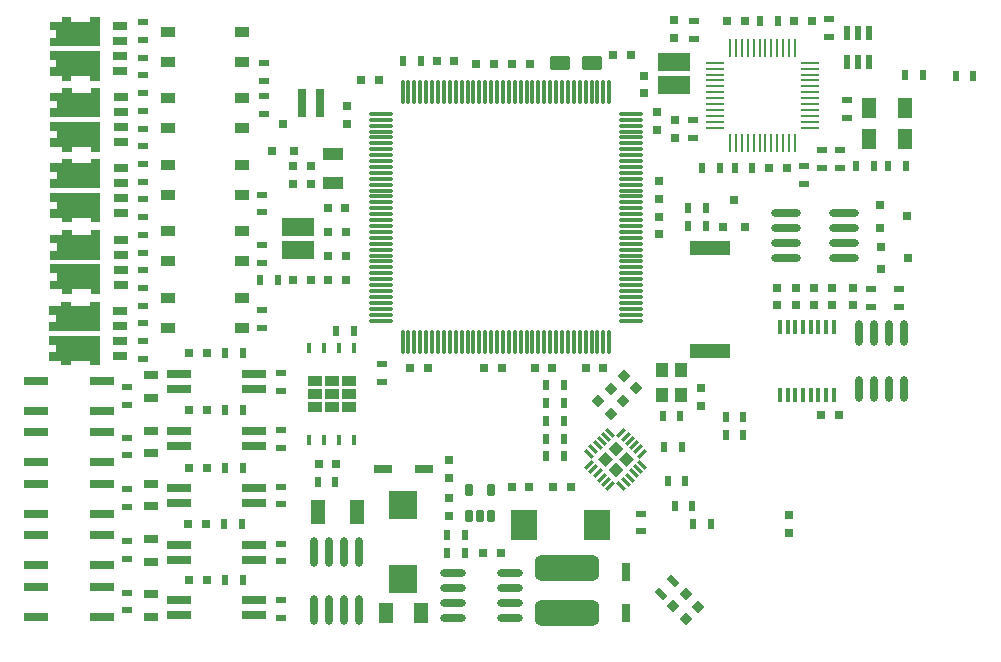
<source format=gtp>
G04*
G04 #@! TF.GenerationSoftware,Altium Limited,Altium Designer,22.10.1 (41)*
G04*
G04 Layer_Color=8421504*
%FSLAX25Y25*%
%MOIN*%
G70*
G04*
G04 #@! TF.SameCoordinates,228258D3-266C-4D4F-9196-BF2F79CCE343*
G04*
G04*
G04 #@! TF.FilePolarity,Positive*
G04*
G01*
G75*
%ADD23R,0.04842X0.03661*%
%ADD24R,0.04842X0.03661*%
%ADD25R,0.04528X0.03543*%
%ADD26R,0.05118X0.02756*%
%ADD27R,0.03543X0.02362*%
%ADD28R,0.02362X0.03543*%
%ADD29R,0.03150X0.03150*%
%ADD30R,0.03150X0.03150*%
%ADD31R,0.04331X0.05118*%
%ADD32P,0.04454X4X180.0*%
G04:AMPARAMS|DCode=33|XSize=33.86mil|YSize=10.24mil|CornerRadius=0.36mil|HoleSize=0mil|Usage=FLASHONLY|Rotation=225.000|XOffset=0mil|YOffset=0mil|HoleType=Round|Shape=RoundedRectangle|*
%AMROUNDEDRECTD33*
21,1,0.03386,0.00952,0,0,225.0*
21,1,0.03314,0.01024,0,0,225.0*
1,1,0.00072,-0.01508,-0.00835*
1,1,0.00072,0.00835,0.01508*
1,1,0.00072,0.01508,0.00835*
1,1,0.00072,-0.00835,-0.01508*
%
%ADD33ROUNDEDRECTD33*%
G04:AMPARAMS|DCode=34|XSize=33.86mil|YSize=10.24mil|CornerRadius=0.36mil|HoleSize=0mil|Usage=FLASHONLY|Rotation=315.000|XOffset=0mil|YOffset=0mil|HoleType=Round|Shape=RoundedRectangle|*
%AMROUNDEDRECTD34*
21,1,0.03386,0.00952,0,0,315.0*
21,1,0.03314,0.01024,0,0,315.0*
1,1,0.00072,0.00835,-0.01508*
1,1,0.00072,-0.01508,0.00835*
1,1,0.00072,-0.00835,0.01508*
1,1,0.00072,0.01508,-0.00835*
%
%ADD34ROUNDEDRECTD34*%
%ADD35P,0.04454X4X90.0*%
G04:AMPARAMS|DCode=36|XSize=19.68mil|YSize=39.37mil|CornerRadius=0mil|HoleSize=0mil|Usage=FLASHONLY|Rotation=45.000|XOffset=0mil|YOffset=0mil|HoleType=Round|Shape=Rectangle|*
%AMROTATEDRECTD36*
4,1,4,0.00696,-0.02088,-0.02088,0.00696,-0.00696,0.02088,0.02088,-0.00696,0.00696,-0.02088,0.0*
%
%ADD36ROTATEDRECTD36*%

%ADD37R,0.09488X0.09331*%
%ADD38R,0.01575X0.03543*%
%ADD39R,0.09055X0.09921*%
G04:AMPARAMS|DCode=40|XSize=47.64mil|YSize=23.23mil|CornerRadius=2.9mil|HoleSize=0mil|Usage=FLASHONLY|Rotation=90.000|XOffset=0mil|YOffset=0mil|HoleType=Round|Shape=RoundedRectangle|*
%AMROUNDEDRECTD40*
21,1,0.04764,0.01742,0,0,90.0*
21,1,0.04183,0.02323,0,0,90.0*
1,1,0.00581,0.00871,0.02092*
1,1,0.00581,0.00871,-0.02092*
1,1,0.00581,-0.00871,-0.02092*
1,1,0.00581,-0.00871,0.02092*
%
%ADD40ROUNDEDRECTD40*%
%ADD41R,0.02756X0.09449*%
%ADD42O,0.00984X0.06102*%
%ADD43O,0.06102X0.00984*%
%ADD44R,0.01200X0.04575*%
%ADD45R,0.04528X0.07087*%
%ADD46R,0.10630X0.05906*%
G04:AMPARAMS|DCode=47|XSize=216.54mil|YSize=84.65mil|CornerRadius=21.16mil|HoleSize=0mil|Usage=FLASHONLY|Rotation=180.000|XOffset=0mil|YOffset=0mil|HoleType=Round|Shape=RoundedRectangle|*
%AMROUNDEDRECTD47*
21,1,0.21654,0.04232,0,0,180.0*
21,1,0.17421,0.08465,0,0,180.0*
1,1,0.04232,-0.08711,0.02116*
1,1,0.04232,0.08711,0.02116*
1,1,0.04232,0.08711,-0.02116*
1,1,0.04232,-0.08711,-0.02116*
%
%ADD47ROUNDEDRECTD47*%
%ADD48O,0.08268X0.01181*%
%ADD49O,0.01181X0.08268*%
%ADD50R,0.13386X0.05118*%
%ADD51O,0.09843X0.02756*%
G04:AMPARAMS|DCode=52|XSize=67.32mil|YSize=48.42mil|CornerRadius=6.05mil|HoleSize=0mil|Usage=FLASHONLY|Rotation=180.000|XOffset=0mil|YOffset=0mil|HoleType=Round|Shape=RoundedRectangle|*
%AMROUNDEDRECTD52*
21,1,0.06732,0.03632,0,0,180.0*
21,1,0.05522,0.04842,0,0,180.0*
1,1,0.01211,-0.02761,0.01816*
1,1,0.01211,0.02761,0.01816*
1,1,0.01211,0.02761,-0.01816*
1,1,0.01211,-0.02761,-0.01816*
%
%ADD52ROUNDEDRECTD52*%
%ADD53O,0.08661X0.02362*%
%ADD54R,0.07087X0.03937*%
%ADD55R,0.03000X0.03000*%
%ADD56R,0.03150X0.06299*%
%ADD57R,0.04921X0.07874*%
%ADD58O,0.02756X0.09843*%
%ADD59O,0.02362X0.08661*%
%ADD60R,0.03000X0.03000*%
G04:AMPARAMS|DCode=61|XSize=41.73mil|YSize=25.59mil|CornerRadius=6.4mil|HoleSize=0mil|Usage=FLASHONLY|Rotation=90.000|XOffset=0mil|YOffset=0mil|HoleType=Round|Shape=RoundedRectangle|*
%AMROUNDEDRECTD61*
21,1,0.04173,0.01280,0,0,90.0*
21,1,0.02894,0.02559,0,0,90.0*
1,1,0.01280,0.00640,0.01447*
1,1,0.01280,0.00640,-0.01447*
1,1,0.01280,-0.00640,-0.01447*
1,1,0.01280,-0.00640,0.01447*
%
%ADD61ROUNDEDRECTD61*%
%ADD62R,0.04921X0.02559*%
%ADD63R,0.03976X0.02854*%
%ADD64R,0.03937X0.02815*%
%ADD65R,0.03071X0.03937*%
%ADD66R,0.03150X0.03937*%
%ADD67R,0.03937X0.02854*%
%ADD68R,0.08000X0.02600*%
%ADD69R,0.06299X0.03150*%
G36*
X67028Y-18681D02*
Y-26949D01*
X50295D01*
Y-23996D01*
X52461D01*
Y-21535D01*
X50295D01*
Y-18681D01*
X54232D01*
Y-17106D01*
X57480D01*
Y-18681D01*
X63878D01*
Y-17106D01*
X67028D01*
Y-18681D01*
D02*
G37*
G36*
Y-36791D02*
Y-38366D01*
X63878D01*
Y-36791D01*
X57480D01*
Y-38366D01*
X54232D01*
Y-36791D01*
X50295D01*
Y-33937D01*
X52461D01*
Y-31477D01*
X50295D01*
Y-28524D01*
X67028D01*
Y-36791D01*
D02*
G37*
G36*
X67126Y-42323D02*
Y-50591D01*
X50394D01*
Y-47638D01*
X52559D01*
Y-45177D01*
X50394D01*
Y-42323D01*
X54331D01*
Y-40748D01*
X57579D01*
Y-42323D01*
X63976D01*
Y-40748D01*
X67126D01*
Y-42323D01*
D02*
G37*
G36*
Y-60433D02*
Y-62008D01*
X63976D01*
Y-60433D01*
X57579D01*
Y-62008D01*
X54331D01*
Y-60433D01*
X50394D01*
Y-57579D01*
X52559D01*
Y-55118D01*
X50394D01*
Y-52165D01*
X67126D01*
Y-60433D01*
D02*
G37*
G36*
Y-65945D02*
Y-74213D01*
X50394D01*
Y-71260D01*
X52559D01*
Y-68799D01*
X50394D01*
Y-65945D01*
X54331D01*
Y-64370D01*
X57579D01*
Y-65945D01*
X63976D01*
Y-64370D01*
X67126D01*
Y-65945D01*
D02*
G37*
G36*
Y-84055D02*
Y-85630D01*
X63976D01*
Y-84055D01*
X57579D01*
Y-85630D01*
X54331D01*
Y-84055D01*
X50394D01*
Y-81201D01*
X52559D01*
Y-78740D01*
X50394D01*
Y-75787D01*
X67126D01*
Y-84055D01*
D02*
G37*
G36*
Y-89764D02*
Y-98032D01*
X50394D01*
Y-95079D01*
X52559D01*
Y-92618D01*
X50394D01*
Y-89764D01*
X54331D01*
Y-88189D01*
X57579D01*
Y-89764D01*
X63976D01*
Y-88189D01*
X67126D01*
Y-89764D01*
D02*
G37*
G36*
Y-107874D02*
Y-109449D01*
X63976D01*
Y-107874D01*
X57579D01*
Y-109449D01*
X54331D01*
Y-107874D01*
X50394D01*
Y-105020D01*
X52559D01*
Y-102559D01*
X50394D01*
Y-99606D01*
X67126D01*
Y-107874D01*
D02*
G37*
G36*
X66929Y-113583D02*
Y-121850D01*
X50197D01*
Y-118898D01*
X52362D01*
Y-116437D01*
X50197D01*
Y-113583D01*
X54134D01*
Y-112008D01*
X57382D01*
Y-113583D01*
X63779D01*
Y-112008D01*
X66929D01*
Y-113583D01*
D02*
G37*
G36*
Y-131693D02*
Y-133268D01*
X63779D01*
Y-131693D01*
X57382D01*
Y-133268D01*
X54134D01*
Y-131693D01*
X50197D01*
Y-128839D01*
X52362D01*
Y-126378D01*
X50197D01*
Y-123425D01*
X66929D01*
Y-131693D01*
D02*
G37*
G36*
X241542Y-161055D02*
X238976Y-163620D01*
X236411Y-161055D01*
X238976Y-158489D01*
X241542Y-161055D01*
D02*
G37*
G36*
X245047Y-164565D02*
X242484Y-167128D01*
X239923Y-164567D01*
X242486Y-162004D01*
X245047Y-164565D01*
D02*
G37*
G36*
X238030Y-164567D02*
X235469Y-167128D01*
X232907Y-164566D01*
X235468Y-162005D01*
X238030Y-164567D01*
D02*
G37*
G36*
X241537Y-168075D02*
X238976Y-170636D01*
X236416Y-168075D01*
X238976Y-165515D01*
X241537Y-168075D01*
D02*
G37*
D23*
X138660Y-147263D02*
D03*
X144290D02*
D03*
X149920D02*
D03*
X138660Y-142814D02*
D03*
X144290D02*
D03*
X149920D02*
D03*
D24*
X138661Y-138367D02*
D03*
X144291D02*
D03*
X149920D02*
D03*
D25*
X89862Y-76437D02*
D03*
X114468D02*
D03*
X89862Y-66437D02*
D03*
X114468D02*
D03*
X89862Y-98632D02*
D03*
X114468D02*
D03*
X89862Y-88632D02*
D03*
X114468D02*
D03*
Y-110827D02*
D03*
X89862D02*
D03*
X114468Y-120827D02*
D03*
X89862D02*
D03*
X114468Y-44242D02*
D03*
X89862D02*
D03*
X114468Y-54242D02*
D03*
X89862D02*
D03*
X114468Y-22047D02*
D03*
X89862D02*
D03*
X114468Y-32047D02*
D03*
X89862D02*
D03*
D26*
X84153Y-144095D02*
D03*
Y-136614D02*
D03*
Y-162598D02*
D03*
Y-155118D02*
D03*
Y-180217D02*
D03*
Y-172736D02*
D03*
Y-191240D02*
D03*
Y-198721D02*
D03*
X84055Y-209547D02*
D03*
Y-217028D02*
D03*
D27*
X81299Y-77953D02*
D03*
Y-83858D02*
D03*
X247342Y-188583D02*
D03*
Y-182677D02*
D03*
X161024Y-132972D02*
D03*
Y-138878D02*
D03*
X333465Y-107776D02*
D03*
Y-113681D02*
D03*
X301870Y-66929D02*
D03*
Y-72835D02*
D03*
X264665Y-51476D02*
D03*
Y-57382D02*
D03*
X310039Y-23819D02*
D03*
Y-17913D02*
D03*
X264961Y-24409D02*
D03*
Y-18504D02*
D03*
X307776Y-61417D02*
D03*
Y-67323D02*
D03*
X313779D02*
D03*
Y-61417D02*
D03*
X315945Y-50689D02*
D03*
Y-44783D02*
D03*
X324213Y-107776D02*
D03*
Y-113681D02*
D03*
X81299Y-24803D02*
D03*
Y-18898D02*
D03*
Y-36614D02*
D03*
Y-30709D02*
D03*
Y-48425D02*
D03*
Y-42520D02*
D03*
Y-60236D02*
D03*
Y-54331D02*
D03*
X76181Y-214961D02*
D03*
Y-209055D02*
D03*
Y-197736D02*
D03*
Y-191831D02*
D03*
X121063Y-93209D02*
D03*
Y-99114D02*
D03*
Y-114764D02*
D03*
Y-120669D02*
D03*
X127362Y-135827D02*
D03*
Y-141732D02*
D03*
X81299Y-72047D02*
D03*
Y-66142D02*
D03*
Y-95669D02*
D03*
Y-89764D02*
D03*
Y-107480D02*
D03*
Y-101575D02*
D03*
Y-119291D02*
D03*
Y-113386D02*
D03*
Y-131102D02*
D03*
Y-125197D02*
D03*
X76181Y-146457D02*
D03*
Y-140551D02*
D03*
Y-163287D02*
D03*
Y-157382D02*
D03*
Y-180512D02*
D03*
Y-174606D02*
D03*
X127362Y-173721D02*
D03*
Y-179626D02*
D03*
Y-192667D02*
D03*
Y-198573D02*
D03*
Y-217520D02*
D03*
Y-211614D02*
D03*
Y-160728D02*
D03*
Y-154823D02*
D03*
X121063Y-82284D02*
D03*
Y-76378D02*
D03*
X121752Y-43406D02*
D03*
Y-49311D02*
D03*
X121653Y-38386D02*
D03*
Y-32480D02*
D03*
D28*
X145768Y-121653D02*
D03*
X151673D02*
D03*
X275590Y-156398D02*
D03*
X281496D02*
D03*
X275590Y-150492D02*
D03*
X281496D02*
D03*
X260531Y-150000D02*
D03*
X254626D02*
D03*
X261024Y-160433D02*
D03*
X255118D02*
D03*
X262205Y-171850D02*
D03*
X256299D02*
D03*
X264469Y-180118D02*
D03*
X258563D02*
D03*
X264665Y-186024D02*
D03*
X270571D02*
D03*
X215748Y-139961D02*
D03*
X221654D02*
D03*
X215748Y-145866D02*
D03*
X221654D02*
D03*
X215748Y-151772D02*
D03*
X221654D02*
D03*
X215748Y-157677D02*
D03*
X221654D02*
D03*
X215748Y-163583D02*
D03*
X221654D02*
D03*
X278642Y-67520D02*
D03*
X284547D02*
D03*
X273721D02*
D03*
X267815D02*
D03*
X335433Y-36614D02*
D03*
X341339D02*
D03*
X352264Y-36811D02*
D03*
X358169D02*
D03*
X287205Y-18504D02*
D03*
X293110D02*
D03*
X318996Y-66732D02*
D03*
X324902D02*
D03*
X329823D02*
D03*
X335728D02*
D03*
X188779Y-195965D02*
D03*
X182874D02*
D03*
X145473Y-172244D02*
D03*
X139567D02*
D03*
X173917Y-31791D02*
D03*
X168012D02*
D03*
X262992Y-80709D02*
D03*
X268898D02*
D03*
Y-86910D02*
D03*
X262992D02*
D03*
X114370Y-186221D02*
D03*
X108465D02*
D03*
X126279Y-104823D02*
D03*
X120374D02*
D03*
X114764Y-129134D02*
D03*
X108858D02*
D03*
X114764Y-204921D02*
D03*
X108858D02*
D03*
X188779Y-189862D02*
D03*
X182874D02*
D03*
X114764Y-167520D02*
D03*
X108858D02*
D03*
X114764Y-148031D02*
D03*
X108858D02*
D03*
D29*
X149114Y-104823D02*
D03*
X143209D02*
D03*
X223917Y-173721D02*
D03*
X218012D02*
D03*
X210138D02*
D03*
X204232D02*
D03*
X290158Y-67520D02*
D03*
X296063D02*
D03*
X176378Y-134055D02*
D03*
X170472D02*
D03*
X307382Y-149902D02*
D03*
X313287D02*
D03*
X276083Y-18504D02*
D03*
X281988D02*
D03*
X304232D02*
D03*
X298327D02*
D03*
X237992Y-29724D02*
D03*
X243898D02*
D03*
X131398Y-66732D02*
D03*
X137303D02*
D03*
X131496Y-72736D02*
D03*
X137402D02*
D03*
X160039Y-38287D02*
D03*
X154134D02*
D03*
X234842Y-134055D02*
D03*
X143110Y-88829D02*
D03*
X149016D02*
D03*
X102756Y-204921D02*
D03*
X96850D02*
D03*
X142913Y-80905D02*
D03*
X148819D02*
D03*
X143110Y-96949D02*
D03*
X149016D02*
D03*
X131496Y-104823D02*
D03*
X137402D02*
D03*
X102756Y-129134D02*
D03*
X96850D02*
D03*
X139961Y-166043D02*
D03*
X145866D02*
D03*
X195177Y-134055D02*
D03*
X201083D02*
D03*
X211909D02*
D03*
X217815D02*
D03*
X228937D02*
D03*
X204331Y-32972D02*
D03*
X210236D02*
D03*
X198425D02*
D03*
X192520D02*
D03*
X185138Y-31791D02*
D03*
X179232D02*
D03*
X194882Y-195965D02*
D03*
X200787D02*
D03*
X102362Y-186221D02*
D03*
X96457D02*
D03*
X102756Y-167323D02*
D03*
X96850D02*
D03*
X102756Y-148228D02*
D03*
X96850D02*
D03*
D30*
X296752Y-188976D02*
D03*
Y-183071D02*
D03*
X267520Y-140847D02*
D03*
Y-146752D02*
D03*
X253248Y-89567D02*
D03*
Y-83661D02*
D03*
X258366Y-24016D02*
D03*
Y-18110D02*
D03*
X248327Y-42618D02*
D03*
Y-36713D02*
D03*
X253248Y-77756D02*
D03*
Y-71850D02*
D03*
X311024Y-113287D02*
D03*
Y-107382D02*
D03*
X305020Y-113287D02*
D03*
Y-107382D02*
D03*
X298917Y-113287D02*
D03*
Y-107382D02*
D03*
X292717Y-113287D02*
D03*
Y-107382D02*
D03*
X258760Y-57382D02*
D03*
Y-51476D02*
D03*
X252756Y-48819D02*
D03*
Y-54724D02*
D03*
X149409Y-52854D02*
D03*
Y-46949D02*
D03*
X318209Y-107382D02*
D03*
Y-113287D02*
D03*
X183465Y-177461D02*
D03*
Y-183366D02*
D03*
Y-170669D02*
D03*
Y-164764D02*
D03*
D31*
X254232Y-134843D02*
D03*
X260728Y-143110D02*
D03*
Y-134843D02*
D03*
X254232Y-143110D02*
D03*
D32*
X241613Y-136790D02*
D03*
X245789Y-140966D02*
D03*
X241556Y-145198D02*
D03*
X237381Y-141022D02*
D03*
X237324Y-149430D02*
D03*
X233148Y-145255D02*
D03*
D33*
X237069Y-173434D02*
D03*
X235678Y-172042D02*
D03*
X234285Y-170650D02*
D03*
X232894Y-169258D02*
D03*
X231502Y-167866D02*
D03*
X230110Y-166474D02*
D03*
X240883Y-155700D02*
D03*
X242275Y-157092D02*
D03*
X243667Y-158484D02*
D03*
X245059Y-159876D02*
D03*
X246451Y-161268D02*
D03*
X247843Y-162660D02*
D03*
D34*
Y-166474D02*
D03*
X246451Y-167866D02*
D03*
X245059Y-169258D02*
D03*
X243667Y-170650D02*
D03*
X242275Y-172042D02*
D03*
X240883Y-173434D02*
D03*
X230110Y-162660D02*
D03*
X231502Y-161268D02*
D03*
X232894Y-159876D02*
D03*
X234285Y-158484D02*
D03*
X235678Y-157092D02*
D03*
X237069Y-155700D02*
D03*
D35*
X262324Y-209428D02*
D03*
X258148Y-213604D02*
D03*
X266556Y-213660D02*
D03*
X262381Y-217836D02*
D03*
D36*
X253916Y-209371D02*
D03*
X258092Y-205196D02*
D03*
D37*
X168209Y-179724D02*
D03*
Y-204331D02*
D03*
D38*
X151791Y-158110D02*
D03*
X136791Y-127520D02*
D03*
X141791Y-158110D02*
D03*
X146791Y-127520D02*
D03*
X136791Y-158110D02*
D03*
X141791Y-127520D02*
D03*
X146791Y-158110D02*
D03*
X151791Y-127520D02*
D03*
D39*
X208228Y-186516D02*
D03*
X232716D02*
D03*
D40*
X315945Y-22421D02*
D03*
X319685D02*
D03*
X323425D02*
D03*
Y-32303D02*
D03*
X319685D02*
D03*
X315945D02*
D03*
D41*
X140453Y-45866D02*
D03*
X134547D02*
D03*
D42*
X284941Y-27362D02*
D03*
X277067Y-59055D02*
D03*
X279035D02*
D03*
X281004D02*
D03*
X282972D02*
D03*
X284941D02*
D03*
X286910D02*
D03*
X288878D02*
D03*
X290846D02*
D03*
X292815D02*
D03*
X294783D02*
D03*
X296752D02*
D03*
X298721D02*
D03*
Y-27362D02*
D03*
X296752D02*
D03*
X294783D02*
D03*
X292815D02*
D03*
X290846D02*
D03*
X288878D02*
D03*
X286910D02*
D03*
X282972D02*
D03*
X281004D02*
D03*
X279035D02*
D03*
X277067D02*
D03*
D43*
X272047Y-34350D02*
D03*
Y-44193D02*
D03*
Y-42224D02*
D03*
X303740Y-40256D02*
D03*
Y-38287D02*
D03*
X272047Y-32382D02*
D03*
Y-36319D02*
D03*
Y-38287D02*
D03*
Y-40256D02*
D03*
Y-46161D02*
D03*
Y-48130D02*
D03*
Y-50098D02*
D03*
Y-52067D02*
D03*
Y-54035D02*
D03*
X303740D02*
D03*
Y-52067D02*
D03*
Y-50098D02*
D03*
Y-48130D02*
D03*
Y-46161D02*
D03*
Y-44193D02*
D03*
Y-42224D02*
D03*
Y-36319D02*
D03*
Y-34350D02*
D03*
Y-32382D02*
D03*
D44*
X293701Y-143177D02*
D03*
X296260D02*
D03*
X298819D02*
D03*
X301378D02*
D03*
X311614D02*
D03*
X309055D02*
D03*
X306496D02*
D03*
X303937D02*
D03*
X293701Y-120571D02*
D03*
X296260D02*
D03*
X298819D02*
D03*
X301378D02*
D03*
X303937D02*
D03*
X306496D02*
D03*
X309055D02*
D03*
X311614D02*
D03*
D45*
X335236Y-47638D02*
D03*
X323425D02*
D03*
X335236Y-57677D02*
D03*
X323425D02*
D03*
X174114Y-215945D02*
D03*
X162303D02*
D03*
D46*
X258366Y-32185D02*
D03*
Y-39666D02*
D03*
X132973Y-87303D02*
D03*
Y-94783D02*
D03*
D47*
X222638Y-200689D02*
D03*
Y-215846D02*
D03*
D48*
X160630Y-116339D02*
D03*
Y-82874D02*
D03*
Y-84842D02*
D03*
Y-86811D02*
D03*
Y-88779D02*
D03*
Y-90748D02*
D03*
Y-49409D02*
D03*
Y-51378D02*
D03*
Y-53346D02*
D03*
Y-55315D02*
D03*
Y-57284D02*
D03*
Y-61221D02*
D03*
Y-63189D02*
D03*
Y-65158D02*
D03*
Y-67126D02*
D03*
Y-69095D02*
D03*
Y-71063D02*
D03*
Y-73032D02*
D03*
Y-75000D02*
D03*
Y-76968D02*
D03*
Y-78937D02*
D03*
Y-80905D02*
D03*
Y-92716D02*
D03*
Y-94685D02*
D03*
Y-96653D02*
D03*
Y-98622D02*
D03*
Y-100591D02*
D03*
Y-102559D02*
D03*
Y-104527D02*
D03*
Y-106496D02*
D03*
Y-108465D02*
D03*
Y-110433D02*
D03*
Y-112402D02*
D03*
Y-114370D02*
D03*
Y-118307D02*
D03*
X244094D02*
D03*
Y-112402D02*
D03*
Y-106496D02*
D03*
Y-104527D02*
D03*
Y-102559D02*
D03*
Y-100591D02*
D03*
Y-98622D02*
D03*
Y-96653D02*
D03*
Y-94685D02*
D03*
Y-92716D02*
D03*
Y-90748D02*
D03*
Y-88779D02*
D03*
Y-86811D02*
D03*
Y-84842D02*
D03*
Y-82874D02*
D03*
Y-80905D02*
D03*
Y-76968D02*
D03*
Y-75000D02*
D03*
Y-69095D02*
D03*
Y-67126D02*
D03*
Y-65158D02*
D03*
Y-59252D02*
D03*
Y-57284D02*
D03*
Y-55315D02*
D03*
Y-51378D02*
D03*
Y-49409D02*
D03*
Y-61221D02*
D03*
Y-63189D02*
D03*
Y-71063D02*
D03*
Y-73032D02*
D03*
Y-78937D02*
D03*
Y-108465D02*
D03*
Y-110433D02*
D03*
Y-114370D02*
D03*
Y-116339D02*
D03*
Y-53346D02*
D03*
X160630Y-59252D02*
D03*
D49*
X183661Y-42126D02*
D03*
X167913Y-125591D02*
D03*
X169882D02*
D03*
X171850D02*
D03*
X173819D02*
D03*
X175787D02*
D03*
X177756D02*
D03*
X179724D02*
D03*
X181693D02*
D03*
X183661D02*
D03*
X185630D02*
D03*
X187598D02*
D03*
X189567D02*
D03*
X191535D02*
D03*
X193504D02*
D03*
X195473D02*
D03*
X197441D02*
D03*
X199409D02*
D03*
X201378D02*
D03*
X203346D02*
D03*
X205315D02*
D03*
X207283D02*
D03*
X209252D02*
D03*
X211221D02*
D03*
X213189D02*
D03*
X215158D02*
D03*
X217126D02*
D03*
X219094D02*
D03*
X221063D02*
D03*
X223031D02*
D03*
X225000D02*
D03*
X226969D02*
D03*
X228937D02*
D03*
X230906D02*
D03*
X232874D02*
D03*
X236811D02*
D03*
Y-42126D02*
D03*
X234842D02*
D03*
X232874D02*
D03*
X230906D02*
D03*
X228937D02*
D03*
X226969D02*
D03*
X225000D02*
D03*
X223031D02*
D03*
X221063D02*
D03*
X219094D02*
D03*
X217126D02*
D03*
X215158D02*
D03*
X213189D02*
D03*
X211221D02*
D03*
X209252D02*
D03*
X207283D02*
D03*
X205315D02*
D03*
X203346D02*
D03*
X201378D02*
D03*
X199409D02*
D03*
X197441D02*
D03*
X195473D02*
D03*
X193504D02*
D03*
X191535D02*
D03*
X189567D02*
D03*
X187598D02*
D03*
X185630D02*
D03*
X181693D02*
D03*
X179724D02*
D03*
X177756D02*
D03*
X175787D02*
D03*
X173819D02*
D03*
X171850D02*
D03*
X169882D02*
D03*
X167913D02*
D03*
X234842Y-125591D02*
D03*
D50*
X270276Y-94291D02*
D03*
Y-128543D02*
D03*
D51*
X315158Y-97362D02*
D03*
Y-92362D02*
D03*
Y-87362D02*
D03*
Y-82362D02*
D03*
X295866Y-97362D02*
D03*
Y-92362D02*
D03*
Y-87362D02*
D03*
Y-82362D02*
D03*
D52*
X220374Y-32579D02*
D03*
X231004D02*
D03*
D53*
X184843Y-212638D02*
D03*
Y-217638D02*
D03*
X203740D02*
D03*
Y-212638D02*
D03*
Y-207638D02*
D03*
Y-202638D02*
D03*
X184843Y-207638D02*
D03*
Y-202638D02*
D03*
D54*
X144685Y-62795D02*
D03*
Y-72638D02*
D03*
D55*
X128140Y-52713D02*
D03*
X124390Y-61713D02*
D03*
X131890D02*
D03*
X278455Y-78303D02*
D03*
X274705Y-87303D02*
D03*
X282205D02*
D03*
D56*
X242421Y-215650D02*
D03*
Y-202264D02*
D03*
D57*
X139563Y-182283D02*
D03*
X152563D02*
D03*
D58*
X138524Y-195562D02*
D03*
Y-214854D02*
D03*
X143524D02*
D03*
X148524D02*
D03*
X153524D02*
D03*
X143524Y-195562D02*
D03*
X148524D02*
D03*
X153524D02*
D03*
D59*
X319961Y-141240D02*
D03*
X324961D02*
D03*
X329961D02*
D03*
X334961D02*
D03*
X319961Y-122343D02*
D03*
X324961D02*
D03*
X329961D02*
D03*
X334961D02*
D03*
D60*
X336362Y-97431D02*
D03*
X327362Y-93681D02*
D03*
Y-101181D02*
D03*
X336122Y-83563D02*
D03*
X327122Y-79813D02*
D03*
Y-87313D02*
D03*
D61*
X193799Y-183366D02*
D03*
X190059D02*
D03*
X197539D02*
D03*
Y-174705D02*
D03*
X190059D02*
D03*
D62*
X60532Y-32461D02*
D03*
Y-23012D02*
D03*
X73819Y-35236D02*
D03*
Y-30236D02*
D03*
Y-20236D02*
D03*
Y-25236D02*
D03*
X73917Y-48878D02*
D03*
Y-43878D02*
D03*
Y-53878D02*
D03*
Y-58878D02*
D03*
X60630Y-46654D02*
D03*
Y-56102D02*
D03*
Y-79724D02*
D03*
Y-70276D02*
D03*
X73917Y-82500D02*
D03*
Y-77500D02*
D03*
Y-67500D02*
D03*
Y-72500D02*
D03*
Y-96319D02*
D03*
Y-91319D02*
D03*
Y-101319D02*
D03*
Y-106319D02*
D03*
X60630Y-94095D02*
D03*
Y-103543D02*
D03*
X60433Y-127362D02*
D03*
Y-117913D02*
D03*
X73721Y-130138D02*
D03*
Y-125138D02*
D03*
Y-115138D02*
D03*
Y-120138D02*
D03*
D63*
X52362Y-25473D02*
D03*
X52461Y-49114D02*
D03*
Y-72736D02*
D03*
Y-96555D02*
D03*
X52264Y-120374D02*
D03*
D64*
Y-20059D02*
D03*
X52362Y-43701D02*
D03*
Y-67323D02*
D03*
Y-91142D02*
D03*
X52165Y-114961D02*
D03*
D65*
X65453Y-19075D02*
D03*
X65495Y-36336D02*
D03*
X65594Y-59978D02*
D03*
X65551Y-42717D02*
D03*
Y-66339D02*
D03*
X65594Y-83600D02*
D03*
Y-107419D02*
D03*
X65551Y-90158D02*
D03*
X65354Y-113976D02*
D03*
X65397Y-131238D02*
D03*
D66*
X55807Y-19075D02*
D03*
X55895Y-36336D02*
D03*
X55994Y-59978D02*
D03*
X55905Y-42717D02*
D03*
Y-66339D02*
D03*
X55994Y-83600D02*
D03*
Y-107419D02*
D03*
X55905Y-90158D02*
D03*
X55709Y-113976D02*
D03*
X55797Y-131238D02*
D03*
D67*
X52295Y-30036D02*
D03*
X52264Y-35364D02*
D03*
X52362Y-59006D02*
D03*
X52394Y-53678D02*
D03*
Y-77300D02*
D03*
X52362Y-82628D02*
D03*
Y-106447D02*
D03*
X52394Y-101119D02*
D03*
X52197Y-124938D02*
D03*
X52165Y-130266D02*
D03*
D68*
X67669Y-217087D02*
D03*
X45669D02*
D03*
X67669Y-207087D02*
D03*
X45669D02*
D03*
X118504Y-216614D02*
D03*
X93504D02*
D03*
X118504Y-211614D02*
D03*
X93504D02*
D03*
X67669Y-148386D02*
D03*
X45669D02*
D03*
X67669Y-138386D02*
D03*
X45669D02*
D03*
X67669Y-165561D02*
D03*
X45669D02*
D03*
X67669Y-155561D02*
D03*
X45669D02*
D03*
X67669Y-182736D02*
D03*
X45669D02*
D03*
X67669Y-172736D02*
D03*
X45669D02*
D03*
X67669Y-199911D02*
D03*
X45669D02*
D03*
X67669Y-189911D02*
D03*
X45669D02*
D03*
X118504Y-141142D02*
D03*
X93504D02*
D03*
X118504Y-136142D02*
D03*
X93504D02*
D03*
X118504Y-198228D02*
D03*
X93504D02*
D03*
X118504Y-193228D02*
D03*
X93504D02*
D03*
X118504Y-179213D02*
D03*
X93504D02*
D03*
X118504Y-174213D02*
D03*
X93504D02*
D03*
X118504Y-160039D02*
D03*
X93504D02*
D03*
X118504Y-155039D02*
D03*
X93504D02*
D03*
D69*
X161516Y-167815D02*
D03*
X174901D02*
D03*
M02*

</source>
